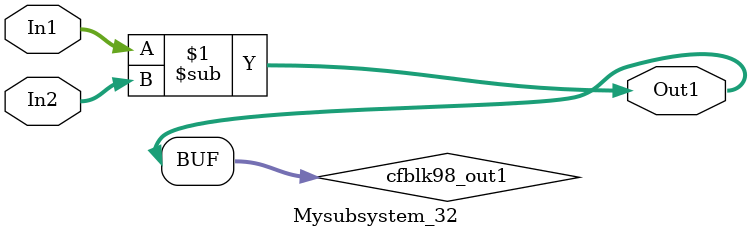
<source format=v>



`timescale 1 ns / 1 ns

module Mysubsystem_32
          (In1,
           In2,
           Out1);


  input   [7:0] In1;  // uint8
  input   [7:0] In2;  // uint8
  output  [7:0] Out1;  // uint8


  wire [7:0] cfblk98_out1;  // uint8


  assign cfblk98_out1 = In1 - In2;



  assign Out1 = cfblk98_out1;

endmodule  // Mysubsystem_32


</source>
